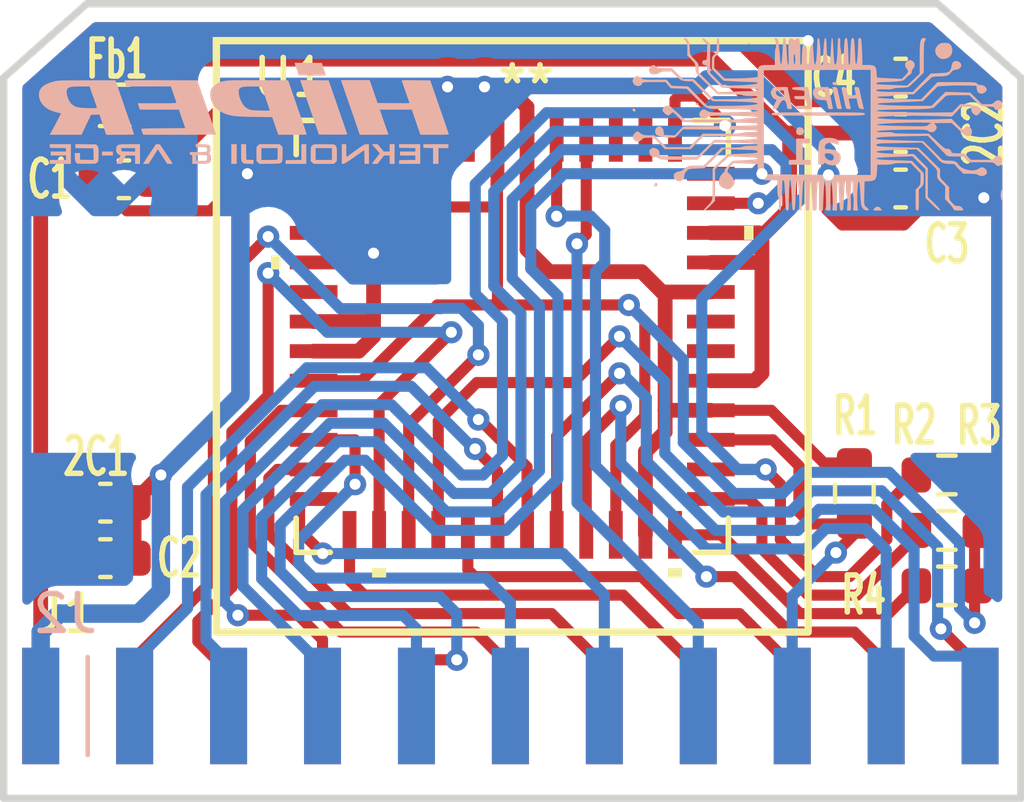
<source format=kicad_pcb>
(kicad_pcb (version 20240108) (generator "pcbnew") (generator_version "8.0")
  (layers (0 "F.Cu" signal) (31 "B.Cu" signal) (34 "B.Paste" user) (35 "F.Paste" user) (36 "B.SilkS" user "B.Silkscreen") (37 "F.SilkS" user "F.Silkscreen") (38 "B.Mask" user) (39 "F.Mask" user) (44 "Edge.Cuts" user))
  (net 0 "")
  (net 1 "GND")
  (net 2 "+3.3V")
  (net 3 "Net-(U1-VAAPIX)")
  (net 4 "DCMI_RST")
  (net 5 "DCMI_D2")
  (net 6 "I2C1_SDA")
  (net 7 "DCMI_PWDN")
  (net 8 "DCMI_LEDOUT")
  (net 9 "DCMI_VSYNC")
  (net 10 "DCMI_CLK")
  (net 11 "DCMI_D4")
  (net 12 "I2C1_SCL")
  (net 13 "DCMI_PCLK")
  (net 14 "DCMI_D5")
  (net 15 "DCMI_D1")
  (net 16 "DCMI_D0")
  (net 17 "DCMI_STLNOUT")
  (net 18 "DCMI_D7")
  (net 19 "DCMI_D6")
  (net 20 "DCMI_D3")
  (net 21 "DCMI_STFROUT")
  (net 22 "DCMI_EXPOSURE")
  (net 23 "DCMI_HSYNC")
  (net 24 "Net-(U1-S_CTRL_ADR1)")
  (net 25 "Net-(U1-S_CTRL_ADR0)")
  (net 38 "Earth_Clean")
  (footprint "Capacitor_SMD:C_0603_1608Metric" (layer "F.Cu") (at 22 34)
    (property "Reference" "C2" (at 2 0 0) (layer "F.SilkS") (effects (font (size 1 0.6))))
    (property "Value" "100nF" (hide yes))
    (pad "1" smd roundrect (at -0.775 0) (size 0.9 0.95) (layers "F.Cu" "F.Paste" "F.Mask") (net 2 "+3.3V"))
    (pad "2" smd roundrect (at 0.775 0) (size 0.9 0.95) (layers "F.Cu" "F.Paste" "F.Mask") (net 1 "GND"))
  )
  (footprint "Capacitor_SMD:C_0603_1608Metric" (layer "F.Cu") (at 22 32.5)
    (property "Reference" "2C1" (at -0.25 -1.25 180) (layer "F.SilkS") (effects (font (size 1 0.6))))
    (property "Value" "22uF" (hide yes))
    (pad "1" smd roundrect (at -0.775 0) (size 0.9 0.95) (layers "F.Cu" "F.Paste" "F.Mask") (net 2 "+3.3V"))
    (pad "2" smd roundrect (at 0.775 0) (size 0.9 0.95) (layers "F.Cu" "F.Paste" "F.Mask") (net 1 "GND"))
  )
  (footprint "Connector_PinHeader_2.54mm:PinHeader_1x11_P2.54mm_Vertical" (layer "F.Cu") (at 20.25 38 90)
    (property "Reference" "J1" (at 2.5 0.7 180) (layer "F.SilkS"))
    (property "Value" "Conn_01x11" (hide yes))
    (pad "1" connect rect (at 0 0 90) (size 3.15 1) (layers "F.Cu" "F.Mask") (net 2 "+3.3V"))
    (pad "2" connect rect (at 0 2.54 90) (size 3.15 1) (layers "F.Cu" "F.Mask") (net 9 "DCMI_VSYNC"))
    (pad "3" connect rect (at 0 5.08 90) (size 3.15 1) (layers "F.Cu" "F.Mask") (net 23 "DCMI_HSYNC"))
    (pad "4" connect rect (at 0 7.62 90) (size 3.15 1) (layers "F.Cu" "F.Mask") (net 4 "DCMI_RST"))
    (pad "5" connect rect (at 0 10.16 90) (size 3.15 1) (layers "F.Cu" "F.Mask") (net 15 "DCMI_D1"))
    (pad "6" connect rect (at 0 12.7 90) (size 3.15 1) (layers "F.Cu" "F.Mask") (net 20 "DCMI_D3"))
    (pad "7" connect rect (at 0 15.24 90) (size 3.15 1) (layers "F.Cu" "F.Mask") (net 14 "DCMI_D5"))
    (pad "8" connect rect (at 0 17.78 90) (size 3.15 1) (layers "F.Cu" "F.Mask") (net 18 "DCMI_D7"))
    (pad "9" connect rect (at 0 20.32 90) (size 3.15 1) (layers "F.Cu" "F.Mask") (net 22 "DCMI_EXPOSURE"))
    (pad "10" connect rect (at 0 22.86 90) (size 3.15 1) (layers "F.Cu" "F.Mask") (net 10 "DCMI_CLK"))
    (pad "11" connect rect (at 0 25.4 90) (size 3.15 1) (layers "F.Cu" "F.Mask") (net 17 "DCMI_STLNOUT"))
  )
  (footprint "Resistor_SMD:R_0603_1608Metric" (layer "F.Cu") (at 42.25 32.25 90)
    (property "Reference" "R1" (at 2.095754 0.023405 180) (layer "F.SilkS") (effects (font (size 1 0.6))))
    (property "Value" "10K" (hide yes))
    (pad "1" smd roundrect (at -0.825 0 90) (size 0.8 0.95) (layers "F.Cu" "F.Paste" "F.Mask") (net 7 "DCMI_PWDN"))
    (pad "2" smd roundrect (at 0.825 0 90) (size 0.8 0.95) (layers "F.Cu" "F.Paste" "F.Mask") (net 1 "GND"))
  )
  (footprint "Resistor_SMD:R_0603_1608Metric" (layer "F.Cu") (at 44.75 34.75)
    (property "Reference" "R4" (at -2.248899 0.25 0) (layer "F.SilkS") (effects (font (size 1 0.6))))
    (property "Value" "10K" (hide yes))
    (pad "1" smd roundrect (at -0.825 0) (size 0.8 0.95) (layers "F.Cu" "F.Paste" "F.Mask") (net 25 "Net-(U1-S_CTRL_ADR0)"))
    (pad "2" smd roundrect (at 0.825 0) (size 0.8 0.95) (layers "F.Cu" "F.Paste" "F.Mask") (net 2 "+3.3V"))
  )
  (footprint "MountingHole:MountingHole_2.1mm" (layer "F.Cu") (at 23 28)
    (property "Reference" "H1" (hide yes))
    (property "Value" "MountingHole_2.1mm" (hide yes))
    (pad "" np_thru_hole circle (at 0 0) (size 2.1 2.1) (drill 2.1) (layers "F&B.Cu" "*.Mask"))
  )
  (footprint "Capacitor_SMD:C_0603_1608Metric" (layer "F.Cu") (at 43.5 24)
    (property "Reference" "C3" (at 1.25 1.5 0) (layer "F.SilkS") (effects (font (size 1 0.6))))
    (property "Value" "100nF" (hide yes))
    (pad "1" smd roundrect (at -0.775 0) (size 0.9 0.95) (layers "F.Cu" "F.Paste" "F.Mask") (net 3 "Net-(U1-VAAPIX)"))
    (pad "2" smd roundrect (at 0.775 0) (size 0.9 0.95) (layers "F.Cu" "F.Paste" "F.Mask") (net 1 "GND"))
  )
  (footprint "Resistor_SMD:R_0603_1608Metric" (layer "F.Cu") (at 44.75 33.25)
    (property "Reference" "R3" (at 0.874783 -2.83059 0) (layer "F.SilkS") (effects (font (size 1 0.6))))
    (property "Value" "10K" (hide yes))
    (pad "1" smd roundrect (at -0.825 0) (size 0.8 0.95) (layers "F.Cu" "F.Paste" "F.Mask") (net 24 "Net-(U1-S_CTRL_ADR1)"))
    (pad "2" smd roundrect (at 0.825 0) (size 0.8 0.95) (layers "F.Cu" "F.Paste" "F.Mask") (net 2 "+3.3V"))
  )
  (footprint "MT9V034:CLCC48_11p43x11p43_848AN_OSI" (layer "F.Cu") (at 33 28)
    (property "Reference" "U1" (at -6 -7 0) (layer "F.SilkS"))
    (property "Value" "MT9V034C12STM-DR" (hide yes))
    (fp_text user "*" (at 0.75 -6.8024 0) (layer "F.SilkS"))
    (fp_text user "*" (at 0 -6.8024 0) (layer "F.SilkS"))
    (pad "1" smd rect (at -0.399999 -4.9887) (size 0.375 2.052599) (layers "F.Cu" "F.Paste" "F.Mask") (net 2 "+3.3V"))
    (pad "2" smd rect (at -1.2 -5.3697) (size 0.375 1.290599) (layers "F.Cu" "F.Paste" "F.Mask"))
    (pad "3" smd rect (at -2.000001 -5.3697) (size 0.375 1.290599) (layers "F.Cu" "F.Paste" "F.Mask"))
    (pad "4" smd rect (at -2.799999 -5.3697) (size 0.375 1.290599) (layers "F.Cu" "F.Paste" "F.Mask"))
    (pad "5" smd rect (at -3.6 -5.3697) (size 0.375 1.290599) (layers "F.Cu" "F.Paste" "F.Mask"))
    (pad "6" smd rect (at -4.399999 -5.3697) (size 0.375 1.290599) (layers "F.Cu" "F.Paste" "F.Mask") (net 2 "+3.3V"))
    (pad "7" smd rect (at -5.3697 -4.399999 90) (size 0.375 1.290599) (layers "F.Cu" "F.Paste" "F.Mask") (net 1 "GND"))
    (pad "8" smd rect (at -5.3697 -3.6 90) (size 0.375 1.290599) (layers "F.Cu" "F.Paste" "F.Mask"))
    (pad "9" smd rect (at -5.3697 -2.799999 90) (size 0.375 1.290599) (layers "F.Cu" "F.Paste" "F.Mask"))
    (pad "10" smd rect (at -5.3697 -2.000001 90) (size 0.375 1.290599) (layers "F.Cu" "F.Paste" "F.Mask"))
    (pad "11" smd rect (at -5.3697 -1.2 90) (size 0.375 1.290599) (layers "F.Cu" "F.Paste" "F.Mask"))
    (pad "12" smd rect (at -5.3697 -0.399999 90) (size 0.375 1.290599) (layers "F.Cu" "F.Paste" "F.Mask") (net 1 "GND"))
    (pad "13" smd rect (at -5.3697 0.399999 90) (size 0.375 1.290599) (layers "F.Cu" "F.Paste" "F.Mask") (net 1 "GND"))
    (pad "14" smd rect (at -5.3697 1.2 90) (size 0.375 1.290599) (layers "F.Cu" "F.Paste" "F.Mask") (net 2 "+3.3V"))
    (pad "15" smd rect (at -5.3697 1.999999 90) (size 0.375 1.290599) (layers "F.Cu" "F.Paste" "F.Mask") (net 20 "DCMI_D3"))
    (pad "16" smd rect (at -5.3697 2.799999 90) (size 0.375 1.290599) (layers "F.Cu" "F.Paste" "F.Mask") (net 11 "DCMI_D4"))
    (pad "17" smd rect (at -5.3697 3.6 90) (size 0.375 1.290599) (layers "F.Cu" "F.Paste" "F.Mask") (net 14 "DCMI_D5"))
    (pad "18" smd rect (at -5.3697 4.399999 90) (size 0.375 1.290599) (layers "F.Cu" "F.Paste" "F.Mask") (net 19 "DCMI_D6"))
    (pad "19" smd rect (at -4.399999 5.3697) (size 0.375 1.290599) (layers "F.Cu" "F.Paste" "F.Mask") (net 18 "DCMI_D7"))
    (pad "20" smd rect (at -3.6 5.3697) (size 0.375 1.290599) (layers "F.Cu" "F.Paste" "F.Mask") (net 23 "DCMI_HSYNC"))
    (pad "21" smd rect (at -2.799999 5.3697) (size 0.375 1.290599) (layers "F.Cu" "F.Paste" "F.Mask") (net 9 "DCMI_VSYNC"))
    (pad "22" smd rect (at -2.000001 5.3697) (size 0.375 1.290599) (layers "F.Cu" "F.Paste" "F.Mask") (net 17 "DCMI_STLNOUT"))
    (pad "23" smd rect (at -1.2 5.3697) (size 0.375 1.290599) (layers "F.Cu" "F.Paste" "F.Mask") (net 22 "DCMI_EXPOSURE"))
    (pad "24" smd rect (at -0.399999 5.3697) (size 0.375 1.290599) (layers "F.Cu" "F.Paste" "F.Mask") (net 6 "I2C1_SDA"))
    (pad "25" smd rect (at 0.399999 5.3697) (size 0.375 1.290599) (layers "F.Cu" "F.Paste" "F.Mask") (net 12 "I2C1_SCL"))
    (pad "26" smd rect (at 1.2 5.3697) (size 0.375 1.290599) (layers "F.Cu" "F.Paste" "F.Mask") (net 21 "DCMI_STFROUT"))
    (pad "27" smd rect (at 1.999999 5.3697) (size 0.375 1.290599) (layers "F.Cu" "F.Paste" "F.Mask") (net 8 "DCMI_LEDOUT"))
    (pad "28" smd rect (at 2.799999 5.3697) (size 0.375 1.290599) (layers "F.Cu" "F.Paste" "F.Mask") (net 2 "+3.3V"))
    (pad "29" smd rect (at 3.6 5.3697) (size 0.375 1.290599) (layers "F.Cu" "F.Paste" "F.Mask") (net 1 "GND"))
    (pad "30" smd rect (at 4.399999 5.3697) (size 0.375 1.290599) (layers "F.Cu" "F.Paste" "F.Mask") (net 25 "Net-(U1-S_CTRL_ADR0)"))
    (pad "31" smd rect (at 5.3697 4.399999 90) (size 0.375 1.290599) (layers "F.Cu" "F.Paste" "F.Mask") (net 24 "Net-(U1-S_CTRL_ADR1)"))
    (pad "32" smd rect (at 5.3697 3.6 90) (size 0.375 1.290599) (layers "F.Cu" "F.Paste" "F.Mask") (net 4 "DCMI_RST"))
    (pad "33" smd rect (at 5.3697 2.799999 90) (size 0.375 1.290599) (layers "F.Cu" "F.Paste" "F.Mask") (net 7 "DCMI_PWDN"))
    (pad "34" smd rect (at 5.3697 2.000001 90) (size 0.375 1.290599) (layers "F.Cu" "F.Paste" "F.Mask") (net 1 "GND"))
    (pad "35" smd rect (at 5.3697 1.2 90) (size 0.375 1.290599) (layers "F.Cu" "F.Paste" "F.Mask") (net 3 "Net-(U1-VAAPIX)"))
    (pad "36" smd rect (at 5.3697 0.399999 90) (size 0.375 1.290599) (layers "F.Cu" "F.Paste" "F.Mask"))
    (pad "37" smd rect (at 5.3697 -0.399999 90) (size 0.375 1.290599) (layers "F.Cu" "F.Paste" "F.Mask"))
    (pad "38" smd rect (at 5.3697 -1.2 90) (size 0.375 1.290599) (layers "F.Cu" "F.Paste" "F.Mask") (net 1 "GND"))
    (pad "39" smd rect (at 5.3697 -1.999999 90) (size 0.375 1.290599) (layers "F.Cu" "F.Paste" "F.Mask") (net 3 "Net-(U1-VAAPIX)"))
    (pad "40" smd rect (at 5.3697 -2.799999 90) (size 0.375 1.290599) (layers "F.Cu" "F.Paste" "F.Mask") (net 3 "Net-(U1-VAAPIX)"))
    (pad "41" smd rect (at 5.3697 -3.6 90) (size 0.375 1.290599) (layers "F.Cu" "F.Paste" "F.Mask") (net 5 "DCMI_D2"))
    (pad "42" smd rect (at 5.3697 -4.399999 90) (size 0.375 1.290599) (layers "F.Cu" "F.Paste" "F.Mask") (net 15 "DCMI_D1"))
    (pad "43" smd rect (at 4.399999 -5.3697) (size 0.375 1.290599) (layers "F.Cu" "F.Paste" "F.Mask") (net 16 "DCMI_D0"))
    (pad "44" smd rect (at 3.6 -5.3697) (size 0.375 1.290599) (layers "F.Cu" "F.Paste" "F.Mask"))
    (pad "45" smd rect (at 2.799999 -5.3697) (size 0.375 1.290599) (layers "F.Cu" "F.Paste" "F.Mask"))
    (pad "46" smd rect (at 2.000001 -5.3697) (size 0.375 1.290599) (layers "F.Cu" "F.Paste" "F.Mask") (net 13 "DCMI_PCLK"))
    (pad "47" smd rect (at 1.2 -5.3697) (size 0.375 1.290599) (layers "F.Cu" "F.Paste" "F.Mask") (net 10 "DCMI_CLK"))
    (pad "48" smd rect (at 0.399999 -5.3697) (size 0.375 1.290599) (layers "F.Cu" "F.Paste" "F.Mask") (net 1 "GND"))
  )
  (footprint "MountingHole:MountingHole_2.1mm" (layer "F.Cu") (at 43 28)
    (property "Reference" "H2" (hide yes))
    (property "Value" "MountingHole_2.1mm" (hide yes))
    (pad "" np_thru_hole circle (at 0 0) (size 2.1 2.1) (drill 2.1) (layers "F&B.Cu" "*.Mask"))
  )
  (footprint "Capacitor_SMD:C_0603_1608Metric" (layer "F.Cu") (at 43.5 21)
    (property "Reference" "C4" (at -1.803056 0.008844 0) (layer "F.SilkS") (effects (font (size 1 0.6))))
    (property "Value" "100nF" (hide yes))
    (pad "1" smd roundrect (at -0.775 0) (size 0.9 0.95) (layers "F.Cu" "F.Paste" "F.Mask") (net 3 "Net-(U1-VAAPIX)"))
    (pad "2" smd roundrect (at 0.775 0) (size 0.9 0.95) (layers "F.Cu" "F.Paste" "F.Mask") (net 1 "GND"))
  )
  (footprint "Inductor_SMD:L_0805_2012Metric" (layer "F.Cu") (at 22.25 21.75)
    (property "Reference" "Fb1" (at 0.062701 -1.250002 0) (layer "F.SilkS") (effects (font (size 1 0.6))))
    (property "Value" "180R-100MHz-2A" (hide yes))
    (pad "1" smd roundrect (at -1.0625 0) (size 0.875 1.2) (layers "F.Cu" "F.Paste" "F.Mask") (net 2 "+3.3V"))
    (pad "2" smd roundrect (at 1.0625 0) (size 0.875 1.2) (layers "F.Cu" "F.Paste" "F.Mask") (net 3 "Net-(U1-VAAPIX)"))
  )
  (footprint "Resistor_SMD:R_0603_1608Metric" (layer "F.Cu") (at 44.75 31.75)
    (property "Reference" "R2" (at -0.885611 -1.345322 0) (layer "F.SilkS") (effects (font (size 1 0.6))))
    (property "Value" "10K" (hide yes))
    (pad "1" smd roundrect (at -0.825 0) (size 0.8 0.95) (layers "F.Cu" "F.Paste" "F.Mask") (net 4 "DCMI_RST"))
    (pad "2" smd roundrect (at 0.825 0) (size 0.8 0.95) (layers "F.Cu" "F.Paste" "F.Mask") (net 2 "+3.3V"))
  )
  (footprint "Capacitor_SMD:C_0603_1608Metric" (layer "F.Cu") (at 22.5 23.75 180)
    (property "Reference" "C1" (at 2 0 0) (layer "F.SilkS") (effects (font (size 1 0.6))))
    (property "Value" "100nF" (hide yes))
    (pad "1" smd roundrect (at -0.775 0 180) (size 0.9 0.95) (layers "F.Cu" "F.Paste" "F.Mask") (net 2 "+3.3V"))
    (pad "2" smd roundrect (at 0.775 0 180) (size 0.9 0.95) (layers "F.Cu" "F.Paste" "F.Mask") (net 1 "GND"))
  )
  (footprint "Capacitor_SMD:C_0603_1608Metric" (layer "F.Cu") (at 43.5 22.5)
    (property "Reference" "2C2" (at 2.25 0 90) (layer "F.SilkS") (effects (font (size 1 0.6))))
    (property "Value" "22uF" (hide yes))
    (pad "1" smd roundrect (at -0.775 0) (size 0.9 0.95) (layers "F.Cu" "F.Paste" "F.Mask") (net 3 "Net-(U1-VAAPIX)"))
    (pad "2" smd roundrect (at 0.775 0) (size 0.9 0.95) (layers "F.Cu" "F.Paste" "F.Mask") (net 1 "GND"))
  )
  (footprint "Connector_PinHeader_2.54mm:PinHeader_1x11_P2.54mm_Vertical" (layer "B.Cu") (at 20.25 38 -90)
    (property "Reference" "J2" (at -2.5 -0.66 0) (layer "B.SilkS") (effects (justify mirror)))
    (property "Value" "Conn_01x11" (hide yes))
    (pad "1" connect rect (at 0 0 270) (size 3.15 1) (layers "B.Cu" "B.Mask") (net 1 "GND"))
    (pad "2" connect rect (at 0 -2.54 270) (size 3.15 1) (layers "B.Cu" "B.Mask") (net 12 "I2C1_SCL"))
    (pad "3" connect rect (at 0 -5.08 270) (size 3.15 1) (layers "B.Cu" "B.Mask") (net 6 "I2C1_SDA"))
    (pad "4" connect rect (at 0 -7.62 270) (size 3.15 1) (layers "B.Cu" "B.Mask") (net 16 "DCMI_D0"))
    (pad "5" connect rect (at 0 -10.16 270) (size 3.15 1) (layers "B.Cu" "B.Mask") (net 5 "DCMI_D2"))
    (pad "6" connect rect (at 0 -12.7 270) (size 3.15 1) (layers "B.Cu" "B.Mask") (net 11 "DCMI_D4"))
    (pad "7" connect rect (at 0 -15.24 270) (size 3.15 1) (layers "B.Cu" "B.Mask") (net 19 "DCMI_D6"))
    (pad "8" connect rect (at 0 -17.78 270) (size 3.15 1) (layers "B.Cu" "B.Mask") (net 13 "DCMI_PCLK"))
    (pad "9" connect rect (at 0 -20.32 270) (size 3.15 1) (layers "B.Cu" "B.Mask") (net 7 "DCMI_PWDN"))
    (pad "10" connect rect (at 0 -22.86 270) (size 3.15 1) (layers "B.Cu" "B.Mask") (net 8 "DCMI_LEDOUT"))
    (pad "11" connect rect (at 0 -25.4 270) (size 3.15 1) (layers "B.Cu" "B.Mask") (net 21 "DCMI_STFROUT"))
  )
  (footprint "LOGO" (layer "B.Cu") (at 25.75 22 180)
    (property "Reference" "hiper" (hide yes))
    (property "Value" "LOGO" (hide yes))
  )
  (footprint "LOGO" (layer "B.Cu") (at 41.25 22.25 180)
    (property "Reference" "ai" (hide yes))
    (property "Value" "LOGO" (hide yes))
  )
  (footprint "NetTie:NetTie-2_SMD_Pad0.5mm" (layer "B.Cu") (at 22 24.25 180)
    (property "Reference" "CMN1" (hide yes))
    (property "Value" "EarthClean" (hide yes))
    (fp_poly (pts (xy -0.5 0.25) (xy 0.5 0.25) (xy 0.5 -0.25) (xy -0.5 -0.25)) (fill solid) (layer "B.Cu"))
    (pad "1" smd circle (at -0.5 0 180) (size 0.5 0.5) (layers "B.Cu") (net 38 "Earth_Clean"))
    (pad "2" smd circle (at 0.5 0 180) (size 0.5 0.5) (layers "B.Cu") (net 38 "Earth_Clean"))
  )
  (gr_rect (start 25 20) (end 41 36) (stroke (width 0.2)) (fill none) (layer "F.SilkS"))
  (gr_poly (pts (xy 19.25 21) (xy 21.5 19) (xy 44.5 19) (xy 46.75 21) (xy 46.75 40.5) (xy 19.25 40.5)) (stroke (width 0.2)) (fill none) (layer "Edge.Cuts"))
  (segment (start 36.6 31.11875) (end 36.6 33.3697) (width 0.4) (layer "F.Cu") (net 1))
  (segment (start 37.133602 26.883602) (end 37.133602 30) (width 0.4) (layer "F.Cu") (net 1))
  (segment (start 37.133603 30.000001) (end 38.3697 30.000001) (width 0.4) (layer "F.Cu") (net 1))
  (segment (start 29.25 28) (end 29.25 27.5) (width 0.4) (layer "F.Cu") (net 1))
  (segment (start 37.133602 30.585148) (end 36.6 31.11875) (width 0.4) (layer "F.Cu") (net 1))
  (segment (start 36.5 26.25) (end 37.05 26.8) (width 0.4) (layer "F.Cu") (net 1))
  (segment (start 37.05 26.8) (end 37.133602 26.883602) (width 0.4) (layer "F.Cu") (net 1))
  (segment (start 44.275 24) (end 44.275 21) (width 0.4) (layer "F.Cu") (net 1))
  (segment (start 40.000001 30.000001) (end 41.425 31.425) (width 0.3) (layer "F.Cu") (net 1))
  (segment (start 41.936856 24.936856) (end 43.575644 24.936856) (width 0.4) (layer "F.Cu") (net 1))
  (segment (start 29.25 25.75) (end 29.25 27.5) (width 0.4) (layer "F.Cu") (net 1))
  (segment (start 43.575644 24.936856) (end 44.275 24.2375) (width 0.4) (layer "F.Cu") (net 1))
  (segment (start 25.838265 23.600001) (end 24.836012 24.602254) (width 0.3) (layer "F.Cu") (net 1))
  (segment (start 33.399999 21.797502) (end 33.399999 22.6303) (width 0.4) (layer "F.Cu") (net 1))
  (segment (start 37.05 26.8) (end 38.3697 26.8) (width 0.4) (layer "F.Cu") (net 1))
  (segment (start 33.399999 22.6303) (end 33.399999 25.649999) (width 0.4) (layer "F.Cu") (net 1))
  (segment (start 44.275 24.2375) (end 44.275 24) (width 0.4) (layer "F.Cu") (net 1))
  (segment (start 38.3697 30.000001) (end 38.369699 30) (width 0.3) (layer "F.Cu") (net 1))
  (segment (start 38.3697 30.000001) (end 40.000001 30.000001) (width 0.3) (layer "F.Cu") (net 1))
  (segment (start 24.836012 24.602254) (end 22.577254 24.602254) (width 0.3) (layer "F.Cu") (net 1))
  (segment (start 31.25 21.25) (end 32.25 21.25) (width 0.4) (layer "F.Cu") (net 1))
  (segment (start 27.6303 28.399999) (end 28.850001 28.399999) (width 0.4) (layer "F.Cu") (net 1))
  (segment (start 41.55 23.631928) (end 41.55 24.55) (width 0.4) (layer "F.Cu") (net 1))
  (segment (start 22.577254 24.602254) (end 21.725 23.75) (width 0.3) (layer "F.Cu") (net 1))
  (segment (start 34 26.25) (end 36.5 26.25) (width 0.4) (layer "F.Cu") (net 1))
  (segment (start 27.6303 27.600001) (end 29.149999 27.600001) (width 0.4) (layer "F.Cu") (net 1))
  (segment (start 37.133602 30) (end 37.133602 30.585148) (width 0.4) (layer "F.Cu") (net 1))
  (segment (start 22.775 34) (end 22.775 32.5) (width 0.4) (layer "F.Cu") (net 1))
  (segment (start 41.425 31.425) (end 42.25 31.425) (width 0.3) (layer "F.Cu") (net 1))
  (segment (start 23.5 31.75) (end 22.775 32.475) (width 0.4) (layer "F.Cu") (net 1))
  (segment (start 29.149999 27.600001) (end 29.25 27.5) (width 0.4) (layer "F.Cu") (net 1))
  (segment (start 22.775 32.475) (end 22.775 32.5) (width 0.4) (layer "F.Cu") (net 1))
  (segment (start 32.852497 21.25) (end 33.399999 21.797502) (width 0.4) (layer "F.Cu") (net 1))
  (segment (start 28.850001 28.399999) (end 29.25 28) (width 0.4) (layer "F.Cu") (net 1))
  (segment (start 37.133602 30) (end 37.133603 30.000001) (width 0.4) (layer "F.Cu") (net 1))
  (segment (start 33.399999 25.649999) (end 34 26.25) (width 0.4) (layer "F.Cu") (net 1))
  (segment (start 25.838265 23.600001) (end 27.6303 23.600001) (width 0.4) (layer "F.Cu") (net 1))
  (segment (start 32.25 21.25) (end 32.852497 21.25) (width 0.4) (layer "F.Cu") (net 1))
  (segment (start 41.55 24.55) (end 41.936856 24.936856) (width 0.4) (layer "F.Cu") (net 1))
  (via (at 32.25 21.25) (size 0.6) (drill 0.3) (layers "F.Cu" "B.Cu") (net 1))
  (via (at 23.5 31.75) (size 0.6) (drill 0.3) (layers "F.Cu" "B.Cu") (net 1))
  (via (at 31.25 21.25) (size 0.6) (drill 0.3) (layers "F.Cu" "B.Cu") (net 1))
  (via (at 29.25 25.75) (size 0.6) (drill 0.3) (layers "F.Cu" "B.Cu") (net 1))
  (via (at 25.838265 23.600001) (size 0.6) (drill 0.3) (layers "F.Cu" "B.Cu") (net 1))
  (via (at 41.55 23.631928) (size 0.6) (drill 0.3) (layers "F.Cu" "B.Cu") (net 1))
  (segment (start 23.5 31.75) (end 23.5 34.901472) (width 0.5) (layer "B.Cu") (net 1))
  (segment (start 22.901472 35.5) (end 20.75 35.5) (width 0.5) (layer "B.Cu") (net 1))
  (segment (start 39.554163 21) (end 38.25 21) (width 0.4) (layer "B.Cu") (net 1))
  (segment (start 23.5 31.75) (end 25.650089 29.599911) (width 0.5) (layer "B.Cu") (net 1))
  (segment (start 38 21.25) (end 32.25 21.25) (width 0.4) (layer "B.Cu") (net 1))
  (segment (start 25.650089 29.599911) (end 25.650089 23.788177) (width 0.5) (layer "B.Cu") (net 1))
  (segment (start 41.55 22.995837) (end 39.554163 21) (width 0.4) (layer "B.Cu") (net 1))
  (segment (start 25.650089 23.788177) (end 25.838265 23.600001) (width 0.5) (layer "B.Cu") (net 1))
  (segment (start 38.25 21) (end 38 21.25) (width 0.4) (layer "B.Cu") (net 1))
  (segment (start 41.55 23.631928) (end 41.55 22.995837) (width 0.4) (layer "B.Cu") (net 1))
  (segment (start 20.25 36) (end 20.25 38) (width 0.5) (layer "B.Cu") (net 1))
  (segment (start 20.75 35.5) (end 20.25 36) (width 0.5) (layer "B.Cu") (net 1))
  (segment (start 23.5 34.901472) (end 22.901472 35.5) (width 0.5) (layer "B.Cu") (net 1))
  (segment (start 21.4375 21.5) (end 21.1875 21.75) (width 0.4) (layer "F.Cu") (net 2))
  (segment (start 32.599377 27.150623) (end 32.600001 27.149999) (width 0.3) (layer "F.Cu") (net 2))
  (segment (start 24.25 22.75) (end 25.75 21.25) (width 0.4) (layer "F.Cu") (net 2))
  (segment (start 28.25 21.25) (end 28.600001 21.600001) (width 0.4) (layer "F.Cu") (net 2))
  (segment (start 32.599377 27.150623) (end 30.974377 27.150623) (width 0.3) (layer "F.Cu") (net 2))
  (segment (start 25.75 21.25) (end 28.25 21.25) (width 0.4) (layer "F.Cu") (net 2))
  (segment (start 28.600001 23.162801) (end 29.9372 24.5) (width 0.3) (layer "F.Cu") (net 2))
  (segment (start 21.225 34) (end 20.25 34) (width 0.3) (layer "F.Cu") (net 2))
  (segment (start 20.25 38) (end 20.25 34) (width 0.4) (layer "F.Cu") (net 2))
  (segment (start 45.5 35.75) (end 45.5 31.825) (width 0.3) (layer "F.Cu") (net 2))
  (segment (start 21.25 21.8125) (end 21.25 22.75) (width 0.4) (layer "F.Cu") (net 2))
  (segment (start 23.25 23.725) (end 23.25 22.75) (width 0.4) (layer "F.Cu") (net 2))
  (segment (start 29.9372 24.5) (end 32.600001 24.5) (width 0.3) (layer "F.Cu") (net 2))
  (segment (start 36.15 27.150623) (end 36.583602 27.584225) (width 0.3) (layer "F.Cu") (net 2))
  (segment (start 21 22.75) (end 24.25 22.75) (width 0.4) (layer "F.Cu") (net 2))
  (segment (start 32.600001 27.149999) (end 32.600001 23.0113) (width 0.3) (layer "F.Cu") (net 2))
  (segment (start 20.25 34) (end 20.25 32.5) (width 0.4) (layer "F.Cu") (net 2))
  (segment (start 21.225 32.5) (end 20.25 32.5) (width 0.3) (layer "F.Cu") (net 2))
  (segment (start 36.15 27.150623) (end 32.599377 27.150623) (width 0.3) (layer "F.Cu") (net 2))
  (segment (start 28.600001 21.600001) (end 28.600001 22.6303) (width 0.4) (layer "F.Cu") (net 2))
  (segment (start 23.275 23.75) (end 23.25 23.725) (width 0.4) (layer "F.Cu") (net 2))
  (segment (start 20.25 32.5) (end 20.25 23.5) (width 0.4) (layer "F.Cu") (net 2))
  (segment (start 36.583602 30.166398) (end 35.799999 30.950001) (width 0.3) (layer "F.Cu") (net 2))
  (segment (start 36.583602 27.584225) (end 36.583602 30.166398) (width 0.3) (layer "F.Cu") (net 2))
  (segment (start 30.974377 27.150623) (end 28.925 29.2) (width 0.3) (layer "F.Cu") (net 2))
  (segment (start 28.600001 22.6303) (end 28.600001 23.162801) (width 0.3) (layer "F.Cu") (net 2))
  (segment (start 28.925 29.2) (end 27.6303 29.2) (width 0.3) (layer "F.Cu") (net 2))
  (segment (start 35.799999 30.950001) (end 35.799999 33.3697) (width 0.3) (layer "F.Cu") (net 2))
  (segment (start 45.5 31.825) (end 45.575 31.75) (width 0.3) (layer "F.Cu") (net 2))
  (segment (start 20.25 23.5) (end 21 22.75) (width 0.4) (layer "F.Cu") (net 2))
  (via (at 36.15 27.150623) (size 0.6) (drill 0.3) (layers "F.Cu" "B.Cu") (net 2))
  (via (at 45.5 35.75) (size 0.6) (drill 0.3) (layers "F.Cu" "B.Cu") (net 2))
  (segment (start 43.192226 31.678657) (end 40.880785 31.678657) (width 0.3) (layer "B.Cu") (net 2))
  (segment (start 40.880785 31.678657) (end 40.309442 32.25) (width 0.3) (layer "B.Cu") (net 2))
  (segment (start 37.624273 28.624896) (end 36.15 27.150623) (width 0.3) (layer "B.Cu") (net 2))
  (segment (start 45.5 35.75) (end 45.091304 35.341304) (width 0.3) (layer "B.Cu") (net 2))
  (segment (start 40.309442 32.25) (end 39 32.25) (width 0.3) (layer "B.Cu") (net 2))
  (segment (start 37.624273 30.874273) (end 37.624273 28.624896) (width 0.3) (layer "B.Cu") (net 2))
  (segment (start 39 32.25) (end 37.624273 30.874273) (width 0.3) (layer "B.Cu") (net 2))
  (segment (start 45.091304 33.577735) (end 43.192226 31.678657) (width 0.3) (layer "B.Cu") (net 2))
  (segment (start 45.091304 35.341304) (end 45.091304 33.577735) (width 0.3) (layer "B.Cu") (net 2))
  (segment (start 38.369701 26) (end 39.75 26) (width 0.4) (layer "F.Cu") (net 3))
  (segment (start 40.375 22.5) (end 42.725 22.5) (width 0.4) (layer "F.Cu") (net 3))
  (segment (start 39.75 29) (end 39.55 29.2) (width 0.4) (layer "F.Cu") (net 3))
  (segment (start 39.658404 25.200001) (end 38.3697 25.200001) (width 0.4) (layer "F.Cu") (net 3))
  (segment (start 38.375 20.5) (end 40.375 22.5) (width 0.4) (layer "F.Cu") (net 3))
  (segment (start 39.75 25.291597) (end 39.658404 25.200001) (width 0.4) (layer "F.Cu") (net 3))
  (segment (start 42.725 21) (end 42.725 24) (width 0.4) (layer "F.Cu") (net 3))
  (segment (start 39.55 29.2) (end 38.3697 29.2) (width 0.4) (layer "F.Cu") (net 3))
  (segment (start 38.3697 26.000001) (end 38.369701 26) (width 0.3) (layer "F.Cu") (net 3))
  (segment (start 40.5 22.5) (end 40.5 24.541597) (width 0.4) (layer "F.Cu") (net 3))
  (segment (start 23.3125 21.75) (end 24.5625 20.5) (width 0.4) (layer "F.Cu") (net 3))
  (segment (start 39.75 26) (end 39.75 25.291597) (width 0.4) (layer "F.Cu") (net 3))
  (segment (start 24.5625 20.5) (end 38.375 20.5) (width 0.4) (layer "F.Cu") (net 3))
  (segment (start 40.5 24.541597) (end 39.75 25.291597) (width 0.4) (layer "F.Cu") (net 3))
  (segment (start 39.75 26) (end 39.75 29) (width 0.4) (layer "F.Cu") (net 3))
  (segment (start 43.127402 32.547598) (end 43.925 31.75) (width 0.3) (layer "F.Cu") (net 4))
  (segment (start 40.25 33.5) (end 41.249999 34.499999) (width 0.3) (layer "F.Cu") (net 4))
  (segment (start 43.127402 33.493161) (end 43.127402 32.547598) (width 0.3) (layer "F.Cu") (net 4))
  (segment (start 39.85 31.6) (end 40.25 32) (width 0.3) (layer "F.Cu") (net 4))
  (segment (start 39.85 31.6) (end 38.3697 31.6) (width 0.3) (layer "F.Cu") (net 4))
  (segment (start 41.249999 34.499999) (end 42.120564 34.499999) (width 0.3) (layer "F.Cu") (net 4))
  (segment (start 27.87 36.203453) (end 27.87 38) (width 0.3) (layer "F.Cu") (net 4))
  (segment (start 42.120564 34.499999) (end 43.127402 33.493161) (width 0.3) (layer "F.Cu") (net 4))
  (segment (start 25.581761 35.544586) (end 27.211133 35.544586) (width 0.3) (layer "F.Cu") (net 4))
  (segment (start 40.25 32) (end 40.25 33.5) (width 0.3) (layer "F.Cu") (net 4))
  (segment (start 27.211133 35.544586) (end 27.87 36.203453) (width 0.3) (layer "F.Cu") (net 4))
  (via (at 25.581761 35.544586) (size 0.6) (drill 0.3) (layers "F.Cu" "B.Cu") (net 4))
  (via (at 39.85 31.6) (size 0.6) (drill 0.3) (layers "F.Cu" "B.Cu") (net 4))
  (segment (start 27.859441 29.85) (end 29.733299 29.85) (width 0.3) (layer "B.Cu") (net 4))
  (segment (start 39.426346 21.650001) (end 40.9 23.123655) (width 0.3) (layer "B.Cu") (net 4))
  (segment (start 40.9 24.203553) (end 38.124273 26.97928) (width 0.3) (layer "B.Cu") (net 4))
  (segment (start 39.1 31.6) (end 39.85 31.6) (width 0.3) (layer "B.Cu") (net 4))
  (segment (start 32.734618 31.224508) (end 32.734618 27.582105) (width 0.3) (layer "B.Cu") (net 4))
  (segment (start 25.219672 35.182497) (end 25.219672 32.489769) (width 0.3) (layer "B.Cu") (net 4))
  (segment (start 32 23.878681) (end 33.92868 21.950001) (width 0.3) (layer "B.Cu") (net 4))
  (segment (start 40.9 23.123655) (end 40.9 24.203553) (width 0.3) (layer "B.Cu") (net 4))
  (segment (start 32 26.847487) (end 32 23.878681) (width 0.3) (layer "B.Cu") (net 4))
  (segment (start 38.480761 21.650001) (end 39.426346 21.650001) (width 0.3) (layer "B.Cu") (net 4))
  (segment (start 25.219672 32.489769) (end 27.859441 29.85) (width 0.3) (layer "B.Cu") (net 4))
  (segment (start 29.733299 29.85) (end 31.633299 31.75) (width 0.3) (layer "B.Cu") (net 4))
  (segment (start 32.209126 31.75) (end 32.734618 31.224508) (width 0.3) (layer "B.Cu") (net 4))
  (segment (start 33.92868 21.950001) (end 38.180761 21.950001) (width 0.3) (layer "B.Cu") (net 4))
  (segment (start 38.124273 30.624273) (end 39.1 31.6) (width 0.3) (layer "B.Cu") (net 4))
  (segment (start 31.633299 31.75) (end 32.209126 31.75) (width 0.3) (layer "B.Cu") (net 4))
  (segment (start 25.581761 35.544586) (end 25.219672 35.182497) (width 0.3) (layer "B.Cu") (net 4))
  (segment (start 38.180761 21.950001) (end 38.480761 21.650001) (width 0.3) (layer "B.Cu") (net 4))
  (segment (start 38.124273 26.97928) (end 38.124273 30.624273) (width 0.3) (layer "B.Cu") (net 4))
  (segment (start 32.734618 27.582105) (end 32 26.847487) (width 0.3) (layer "B.Cu") (net 4))
  (segment (start 38.3697 24.4) (end 39.65 24.4) (width 0.3) (layer "F.Cu") (net 5))
  (via (at 39.65 24.4) (size 0.6) (drill 0.3) (layers "F.Cu" "B.Cu") (net 5))
  (segment (start 28.273654 30.85) (end 26.225001 32.898653) (width 0.3) (layer "B.Cu") (net 5))
  (segment (start 30.051046 35.551046) (end 30.41 35.91) (width 0.3) (layer "B.Cu") (net 5))
  (segment (start 39.86924 24.4) (end 40.4 23.86924) (width 0.3) (layer "B.Cu") (net 5))
  (segment (start 33.734618 27.167891) (end 33.734618 31.638722) (width 0.3) (layer "B.Cu") (net 5))
  (segment (start 26.225001 34.558452) (end 27.217595 35.551046) (width 0.3) (layer "B.Cu") (net 5))
  (segment (start 33 24.292894) (end 33 26.433273) (width 0.3) (layer "B.Cu") (net 5))
  (segment (start 26.225001 32.898653) (end 26.225001 34.558452) (width 0.3) (layer "B.Cu") (net 5))
  (segment (start 34.342893 22.950001) (end 33 24.292894) (width 0.3) (layer "B.Cu") (net 5))
  (segment (start 29.319086 30.85) (end 28.273654 30.85) (width 0.3) (layer "B.Cu") (net 5))
  (segment (start 27.217595 35.551046) (end 30.051046 35.551046) (width 0.3) (layer "B.Cu") (net 5))
  (segment (start 39.65 24.4) (end 39.86924 24.4) (width 0.3) (layer "B.Cu") (net 5))
  (segment (start 40.4 23.330762) (end 40.019239 22.950001) (width 0.3) (layer "B.Cu") (net 5))
  (segment (start 40.019239 22.950001) (end 34.342893 22.950001) (width 0.3) (layer "B.Cu") (net 5))
  (segment (start 40.4 23.86924) (end 40.4 23.330762) (width 0.3) (layer "B.Cu") (net 5))
  (segment (start 31.219086 32.75) (end 29.319086 30.85) (width 0.3) (layer "B.Cu") (net 5))
  (segment (start 33.734618 31.638722) (end 32.62334 32.75) (width 0.3) (layer "B.Cu") (net 5))
  (segment (start 32.62334 32.75) (end 31.219086 32.75) (width 0.3) (layer "B.Cu") (net 5))
  (segment (start 30.41 35.91) (end 30.41 38) (width 0.3) (layer "B.Cu") (net 5))
  (segment (start 33 26.433273) (end 33.734618 27.167891) (width 0.3) (layer "B.Cu") (net 5))
  (segment (start 31.994928 31.044959) (end 32.600001 31.650032) (width 0.3) (layer "F.Cu") (net 6))
  (segment (start 32.600001 31.650032) (end 32.600001 33.3697) (width 0.3) (layer "F.Cu") (net 6))
  (via (at 31.994928 31.044959) (size 0.6) (drill 0.3) (layers "F.Cu" "B.Cu") (net 6))
  (segment (start 30.265379 29.35) (end 27.652334 29.35) (width 0.3) (layer "B.Cu") (net 6))
  (segment (start 25.33 36.83) (end 25.33 38) (width 0.3) (layer "B.Cu") (net 6))
  (segment (start 24.719672 36.219672) (end 25.33 36.83) (width 0.3) (layer "B.Cu") (net 6))
  (segment (start 27.652334 29.35) (end 24.719672 32.282662) (width 0.3) (layer "B.Cu") (net 6))
  (segment (start 24.719672 32.282662) (end 24.719672 36.219672) (width 0.3) (layer "B.Cu") (net 6))
  (segment (start 31.960338 31.044959) (end 30.265379 29.35) (width 0.3) (layer "B.Cu") (net 6))
  (segment (start 31.994928 31.044959) (end 31.960338 31.044959) (width 0.3) (layer "B.Cu") (net 6))
  (segment (start 42.25 33.075) (end 41.075 33.075) (width 0.3) (layer "F.Cu") (net 7))
  (segment (start 41.075 33.075) (end 40.75 32.75) (width 0.3) (layer "F.Cu") (net 7))
  (segment (start 40.049999 30.799999) (end 38.3697 30.799999) (width 0.3) (layer "F.Cu") (net 7))
  (segment (start 40.75 31.5) (end 40.049999 30.799999) (width 0.3) (layer "F.Cu") (net 7))
  (segment (start 41.749999 33.849999) (end 42.25 33.349998) (width 0.3) (layer "F.Cu") (net 7))
  (segment (start 42.25 33.349998) (end 42.25 33.075) (width 0.3) (layer "F.Cu") (net 7))
  (segment (start 40.75 32.75) (end 40.75 31.5) (width 0.3) (layer "F.Cu") (net 7))
  (via (at 41.749999 33.849999) (size 0.6) (drill 0.3) (layers "F.Cu" "B.Cu") (net 7))
  (segment (start 41.749999 33.849999) (end 40.57 35.029998) (width 0.3) (layer "B.Cu") (net 7))
  (segment (start 40.57 35.029998) (end 40.57 38) (width 0.3) (layer "B.Cu") (net 7))
  (segment (start 34.999999 30.817843) (end 34.999999 33.3697) (width 0.3) (layer "F.Cu") (net 8))
  (segment (start 35.933602 29.88424) (end 34.999999 30.817843) (width 0.3) (layer "F.Cu") (net 8))
  (via (at 35.933602 29.88424) (size 0.6) (drill 0.3) (layers "F.Cu" "B.Cu") (net 8))
  (segment (start 35.933602 31.433602) (end 38.25 33.75) (width 0.3) (layer "B.Cu") (net 8))
  (segment (start 38.25 33.75) (end 40.93076 33.75) (width 0.3) (layer "B.Cu") (net 8))
  (segment (start 41.48076 33.2) (end 42.538479 33.2) (width 0.3) (layer "B.Cu") (net 8))
  (segment (start 35.933602 29.88424) (end 35.933602 31.433602) (width 0.3) (layer "B.Cu") (net 8))
  (segment (start 43.11 33.771521) (end 43.11 38) (width 0.3) (layer "B.Cu") (net 8))
  (segment (start 40.93076 33.75) (end 41.48076 33.2) (width 0.3) (layer "B.Cu") (net 8))
  (segment (start 42.538479 33.2) (end 43.11 33.771521) (width 0.3) (layer "B.Cu") (net 8))
  (segment (start 25.75 25.950453) (end 25.75 29.521447) (width 0.3) (layer "F.Cu") (net 9))
  (segment (start 24.919239 34.580761) (end 22.79 36.71) (width 0.3) (layer "F.Cu") (net 9))
  (segment (start 30.200001 30.384617) (end 30.200001 33.3697) (width 0.3) (layer "F.Cu") (net 9))
  (segment (start 32.084618 28.5) (end 30.200001 30.384617) (width 0.3) (layer "F.Cu") (net 9))
  (segment (start 25.75 29.521447) (end 24.919239 30.352208) (width 0.3) (layer "F.Cu") (net 9))
  (segment (start 24.919239 30.352208) (end 24.919239 34.580761) (width 0.3) (layer "F.Cu") (net 9))
  (segment (start 26.400089 25.300364) (end 25.75 25.950453) (width 0.3) (layer "F.Cu") (net 9))
  (segment (start 22.79 36.71) (end 22.79 38) (width 0.3) (layer "F.Cu") (net 9))
  (via (at 26.400089 25.300364) (size 0.6) (drill 0.3) (layers "F.Cu" "B.Cu") (net 9))
  (via (at 32.084618 28.5) (size 0.6) (drill 0.3) (layers "F.Cu" "B.Cu") (net 9))
  (segment (start 31.072247 27.25) (end 31.082571 27.239676) (width 0.3) (layer "B.Cu") (net 9))
  (segment (start 32.084618 27.703245) (end 32.084618 28.5) (width 0.3) (layer "B.Cu") (net 9))
  (segment (start 28.349725 27.25) (end 31.072247 27.25) (width 0.3) (layer "B.Cu") (net 9))
  (segment (start 31.621049 27.239676) (end 32.084618 27.703245) (width 0.3) (layer "B.Cu") (net 9))
  (segment (start 31.082571 27.239676) (end 31.621049 27.239676) (width 0.3) (layer "B.Cu") (net 9))
  (segment (start 26.400089 25.300364) (end 28.349725 27.25) (width 0.3) (layer "B.Cu") (net 9))
  (segment (start 43.11 36.86) (end 43.11 38) (width 0.3) (layer "F.Cu") (net 10))
  (segment (start 39 34.5) (end 40.5 36) (width 0.3) (layer "F.Cu") (net 10))
  (segment (start 38.25 34.5) (end 39 34.5) (width 0.3) (layer "F.Cu") (net 10))
  (segment (start 40.5 36) (end 42.25 36) (width 0.3) (layer "F.Cu") (net 10))
  (segment (start 42.25 36) (end 43.11 36.86) (width 0.3) (layer "F.Cu") (net 10))
  (segment (start 34.2 24.75) (end 34.2 22.6303) (width 0.3) (layer "F.Cu") (net 10))
  (via (at 38.25 34.5) (size 0.6) (drill 0.3) (layers "F.Cu" "B.Cu") (net 10))
  (via (at 34.2 24.75) (size 0.6) (drill 0.3) (layers "F.Cu" "B.Cu") (net 10))
  (segment (start 35.5 26) (end 35.25 26.25) (width 0.3) (layer "B.Cu") (net 10))
  (segment (start 34.2 24.75) (end 34.204965 24.745035) (width 0.3) (layer "B.Cu") (net 10))
  (segment (start 35.5 25.125796) (end 35.5 26) (width 0.3) (layer "B.Cu") (net 10))
  (segment (start 35.119239 24.745035) (end 35.5 25.125796) (width 0.3) (layer "B.Cu") (net 10))
  (segment (start 35.25 31.5) (end 38.25 34.5) (width 0.3) (layer "B.Cu") (net 10))
  (segment (start 34.204965 24.745035) (end 35.119239 24.745035) (width 0.3) (layer "B.Cu") (net 10))
  (segment (start 35.25 26.25) (end 35.25 31.5) (width 0.3) (layer "B.Cu") (net 10))
  (segment (start 28.75 32) (end 28.75 30.799999) (width 0.3) (layer "F.Cu") (net 11))
  (segment (start 28.75 30.799999) (end 27.6303 30.799999) (width 0.3) (layer "F.Cu") (net 11))
  (via (at 28.75 32) (size 0.6) (drill 0.3) (layers "F.Cu" "B.Cu") (net 11))
  (segment (start 27.620153 34.53939) (end 32.28939 34.53939) (width 0.3) (layer "B.Cu") (net 11))
  (segment (start 27.225001 34.144238) (end 27.620153 34.53939) (width 0.3) (layer "B.Cu") (net 11))
  (segment (start 27.225001 33.524999) (end 27.225001 34.144238) (width 0.3) (layer "B.Cu") (net 11))
  (segment (start 32.95 35.2) (end 32.95 38) (width 0.3) (layer "B.Cu") (net 11))
  (segment (start 32.28939 34.53939) (end 32.95 35.2) (width 0.3) (layer "B.Cu") (net 11))
  (segment (start 28.75 32) (end 27.225001 33.524999) (width 0.3) (layer "B.Cu") (net 11))
  (segment (start 32.119208 30.25) (end 33.399999 31.530791) (width 0.3) (layer "F.Cu") (net 12))
  (segment (start 32.084618 30.25) (end 32.119208 30.25) (width 0.3) (layer "F.Cu") (net 12))
  (segment (start 33.399999 31.530791) (end 33.399999 33.3697) (width 0.3) (layer "F.Cu") (net 12))
  (via (at 32.084618 30.25) (size 0.6) (drill 0.3) (layers "F.Cu" "B.Cu") (net 12))
  (segment (start 32.084618 30.25) (end 30.684618 28.85) (width 0.3) (layer "B.Cu") (net 12))
  (segment (start 24.219672 32.075555) (end 24.219672 35.353054) (width 0.3) (layer "B.Cu") (net 12))
  (segment (start 30.684618 28.85) (end 27.445227 28.85) (width 0.3) (layer "B.Cu") (net 12))
  (segment (start 22.79 36.782726) (end 22.79 38) (width 0.3) (layer "B.Cu") (net 12))
  (segment (start 27.445227 28.85) (end 24.219672 32.075555) (width 0.3) (layer "B.Cu") (net 12))
  (segment (start 24.219672 35.353054) (end 22.79 36.782726) (width 0.3) (layer "B.Cu") (net 12))
  (segment (start 34.75 25.495035) (end 35.000001 25.245034) (width 0.3) (layer "F.Cu") (net 13))
  (segment (start 35.000001 25.245034) (end 35.000001 22.6303) (width 0.3) (layer "F.Cu") (net 13))
  (via (at 34.75 25.495035) (size 0.6) (drill 0.3) (layers "F.Cu" "B.Cu") (net 13))
  (segment (start 38.03 35.78) (end 38.03 38) (width 0.3) (layer "B.Cu") (net 13))
  (segment (start 34.75 25.495035) (end 34.75 32.5) (width 0.3) (layer "B.Cu") (net 13))
  (segment (start 34.75 32.5) (end 38.03 35.78) (width 0.3) (layer "B.Cu") (net 13))
  (segment (start 35.49 36.925) (end 34.065 35.5) (width 0.3) (layer "F.Cu") (net 14))
  (segment (start 26.419239 31.830761) (end 26.65 31.6) (width 0.3) (layer "F.Cu") (net 14))
  (segment (start 35.49 38) (end 35.49 36.925) (width 0.3) (layer "F.Cu") (net 14))
  (segment (start 28.580761 35.5) (end 26.419239 33.338478) (width 0.3) (layer "F.Cu") (net 14))
  (segment (start 34.065 35.5) (end 28.580761 35.5) (width 0.3) (layer "F.Cu") (net 14))
  (segment (start 26.419239 33.338478) (end 26.419239 31.830761) (width 0.3) (layer "F.Cu") (net 14))
  (segment (start 26.65 31.6) (end 27.6303 31.6) (width 0.3) (layer "F.Cu") (net 14))
  (segment (start 39.75 23.600001) (end 38.3697 23.600001) (width 0.3) (layer "F.Cu") (net 15))
  (segment (start 30.41 36.75) (end 30.41 38) (width 0.3) (layer "F.Cu") (net 15))
  (segment (start 31.5 36.75) (end 30.41 36.75) (width 0.3) (layer "F.Cu") (net 15))
  (via (at 31.5 36.75) (size 0.6) (drill 0.3) (layers "F.Cu" "B.Cu") (net 15))
  (via (at 39.75 23.600001) (size 0.6) (drill 0.3) (layers "F.Cu" "B.Cu") (net 15))
  (segment (start 31.5 35.5) (end 31.5 36.75) (width 0.3) (layer "B.Cu") (net 15))
  (segment (start 29.019239 31.35) (end 28.480761 31.35) (width 0.3) (layer "B.Cu") (net 15))
  (segment (start 32.830447 33.25) (end 30.919239 33.25) (width 0.3) (layer "B.Cu") (net 15))
  (segment (start 26.725001 33.10576) (end 26.725001 34.351345) (width 0.3) (layer "B.Cu") (net 15))
  (segment (start 26.725001 34.351345) (end 27.413046 35.03939) (width 0.3) (layer "B.Cu") (net 15))
  (segment (start 28.480761 31.35) (end 26.725001 33.10576) (width 0.3) (layer "B.Cu") (net 15))
  (segment (start 34.399999 23.600001) (end 33.5 24.5) (width 0.3) (layer "B.Cu") (net 15))
  (segment (start 39.75 23.600001) (end 34.399999 23.600001) (width 0.3) (layer "B.Cu") (net 15))
  (segment (start 33.5 26.16924) (end 34.234618 26.903858) (width 0.3) (layer "B.Cu") (net 15))
  (segment (start 33.5 24.5) (end 33.5 26.16924) (width 0.3) (layer "B.Cu") (net 15))
  (segment (start 34.234618 31.845829) (end 32.830447 33.25) (width 0.3) (layer "B.Cu") (net 15))
  (segment (start 30.919239 33.25) (end 29.019239 31.35) (width 0.3) (layer "B.Cu") (net 15))
  (segment (start 31.03939 35.03939) (end 31.5 35.5) (width 0.3) (layer "B.Cu") (net 15))
  (segment (start 27.413046 35.03939) (end 31.03939 35.03939) (width 0.3) (layer "B.Cu") (net 15))
  (segment (start 34.234618 26.903858) (end 34.234618 31.845829) (width 0.3) (layer "B.Cu") (net 15))
  (segment (start 37.5 21.5) (end 37.399999 21.600001) (width 0.3) (layer "F.Cu") (net 16))
  (segment (start 38.75 22.300001) (end 38.75 22.25) (width 0.3) (layer "F.Cu") (net 16))
  (segment (start 38 21.5) (end 37.5 21.5) (width 0.3) (layer "F.Cu") (net 16))
  (segment (start 38.75 22.25) (end 38 21.5) (width 0.3) (layer "F.Cu") (net 16))
  (segment (start 37.399999 21.600001) (end 37.399999 22.6303) (width 0.3) (layer "F.Cu") (net 16))
  (via (at 38.75 22.300001) (size 0.6) (drill 0.3) (layers "F.Cu" "B.Cu") (net 16))
  (segment (start 29.526193 30.35) (end 28.066548 30.35) (width 0.3) (layer "B.Cu") (net 16))
  (segment (start 25.719672 34.763257) (end 27.87 36.913585) (width 0.3) (layer "B.Cu") (net 16))
  (segment (start 38.6 22.450001) (end 34.135787 22.450001) (width 0.3) (layer "B.Cu") (net 16))
  (segment (start 32.416233 32.25) (end 31.426192 32.25) (width 0.3) (layer "B.Cu") (net 16))
  (segment (start 33.234618 27.374998) (end 33.234618 31.431615) (width 0.3) (layer "B.Cu") (net 16))
  (segment (start 25.719672 32.696876) (end 25.719672 34.763257) (width 0.3) (layer "B.Cu") (net 16))
  (segment (start 32.5 24.085788) (end 32.5 26.64038) (width 0.3) (layer "B.Cu") (net 16))
  (segment (start 29.819086 30.642893) (end 29.526193 30.35) (width 0.3) (layer "B.Cu") (net 16))
  (segment (start 31.426192 32.25) (end 29.819086 30.642893) (width 0.3) (layer "B.Cu") (net 16))
  (segment (start 28.066548 30.35) (end 25.719672 32.696876) (width 0.3) (layer "B.Cu") (net 16))
  (segment (start 32.5 26.64038) (end 33.234618 27.374998) (width 0.3) (layer "B.Cu") (net 16))
  (segment (start 38.75 22.300001) (end 38.6 22.450001) (width 0.3) (layer "B.Cu") (net 16))
  (segment (start 34.135787 22.450001) (end 32.5 24.085788) (width 0.3) (layer "B.Cu") (net 16))
  (segment (start 27.87 36.913585) (end 27.87 38) (width 0.3) (layer "B.Cu") (net 16))
  (segment (start 33.234618 31.431615) (end 32.416233 32.25) (width 0.3) (layer "B.Cu") (net 16))
  (segment (start 35.9 28) (end 34.65 29.25) (width 0.3) (layer "F.Cu") (net 17))
  (segment (start 45.65 36.972955) (end 45.65 38) (width 0.3) (layer "F.Cu") (net 17))
  (segment (start 32.041724 29.25) (end 30.999999 30.291725) (width 0.3) (layer "F.Cu") (net 17))
  (segment (start 30.999999 30.291725) (end 30.999999 33.3697) (width 0.3) (layer "F.Cu") (net 17))
  (segment (start 44.589296 35.912251) (end 45.65 36.972955) (width 0.3) (layer "F.Cu") (net 17))
  (segment (start 34.65 29.25) (end 32.041724 29.25) (width 0.3) (layer "F.Cu") (net 17))
  (via (at 44.589296 35.912251) (size 0.6) (drill 0.3) (layers "F.Cu" "B.Cu") (net 17))
  (via (at 35.9 28) (size 0.6) (drill 0.3) (layers "F.Cu" "B.Cu") (net 17))
  (segment (start 40.516548 32.75) (end 38.707106 32.75) (width 0.3) (layer "B.Cu") (net 17))
  (segment (start 44.5 35.822955) (end 44.5 33.693537) (width 0.3) (layer "B.Cu") (net 17))
  (segment (start 38.707106 32.75) (end 37.124273 31.167167) (width 0.3) (layer "B.Cu") (net 17))
  (segment (start 42.98512 32.178657) (end 41.087891 32.178657) (width 0.3) (layer "B.Cu") (net 17))
  (segment (start 37.124273 29.224273) (end 35.9 28) (width 0.3) (layer "B.Cu") (net 17))
  (segment (start 44.589296 35.912251) (end 44.5 35.822955) (width 0.3) (layer "B.Cu") (net 17))
  (segment (start 44.5 33.693537) (end 42.98512 32.178657) (width 0.3) (layer "B.Cu") (net 17))
  (segment (start 41.087891 32.178657) (end 40.516548 32.75) (width 0.3) (layer "B.Cu") (net 17))
  (segment (start 37.124273 31.167167) (end 37.124273 29.224273) (width 0.3) (layer "B.Cu") (net 17))
  (segment (start 38.03 37.03) (end 36 35) (width 0.3) (layer "F.Cu") (net 18))
  (segment (start 36 35) (end 29 35) (width 0.3) (layer "F.Cu") (net 18))
  (segment (start 28.600001 34.600001) (end 28.600001 33.3697) (width 0.3) (layer "F.Cu") (net 18))
  (segment (start 38.03 38) (end 38.03 37.03) (width 0.3) (layer "F.Cu") (net 18))
  (segment (start 29 35) (end 28.600001 34.600001) (width 0.3) (layer "F.Cu") (net 18))
  (segment (start 27.875001 33.874999) (end 27.25 33.249998) (width 0.3) (layer "F.Cu") (net 19))
  (segment (start 27.25 33.249998) (end 27.25 32.399999) (width 0.3) (layer "F.Cu") (net 19))
  (segment (start 27.25 32.399999) (end 27.6303 32.399999) (width 0.3) (layer "F.Cu") (net 19))
  (via (at 27.875001 33.874999) (size 0.6) (drill 0.3) (layers "F.Cu" "B.Cu") (net 19))
  (segment (start 27.875001 33.874999) (end 34.374999 33.874999) (width 0.3) (layer "B.Cu") (net 19))
  (segment (start 34.374999 33.874999) (end 35.49 34.99) (width 0.3) (layer "B.Cu") (net 19))
  (segment (start 35.49 34.99) (end 35.49 38) (width 0.3) (layer "B.Cu") (net 19))
  (segment (start 25.919239 30.830761) (end 26.750001 29.999999) (width 0.3) (layer "F.Cu") (net 20))
  (segment (start 32.95 38) (end 32.95 36.925) (width 0.3) (layer "F.Cu") (net 20))
  (segment (start 32.95 36.925) (end 32.025 36) (width 0.3) (layer "F.Cu") (net 20))
  (segment (start 26.750001 29.999999) (end 27.6303 29.999999) (width 0.3) (layer "F.Cu") (net 20))
  (segment (start 32.025 36) (end 28.37 36) (width 0.3) (layer "F.Cu") (net 20))
  (segment (start 25.919239 33.545585) (end 25.919239 30.830761) (width 0.3) (layer "F.Cu") (net 20))
  (segment (start 28.37 36) (end 28.37 35.996346) (width 0.3) (layer "F.Cu") (net 20))
  (segment (start 28.37 35.996346) (end 25.919239 33.545585) (width 0.3) (layer "F.Cu") (net 20))
  (segment (start 34.2 30.698603) (end 34.2 33.3697) (width 0.3) (layer "F.Cu") (net 21))
  (segment (start 35.898603 29) (end 34.2 30.698603) (width 0.3) (layer "F.Cu") (net 21))
  (segment (start 35.9 29) (end 35.898603 29) (width 0.3) (layer "F.Cu") (net 21))
  (via (at 35.9 29) (size 0.6) (drill 0.3) (layers "F.Cu" "B.Cu") (net 21))
  (segment (start 35.968601 29) (end 36.624273 29.655672) (width 0.3) (layer "B.Cu") (net 21))
  (segment (start 44.407806 36.65) (end 45.65 36.65) (width 0.3) (layer "B.Cu") (net 21))
  (segment (start 45.65 36.65) (end 45.65 38) (width 0.3) (layer "B.Cu") (net 21))
  (segment (start 42.778013 32.678657) (end 43.864215 33.764859) (width 0.3) (layer "B.Cu") (net 21))
  (segment (start 36.624273 29.655672) (end 36.624273 31.374273) (width 0.3) (layer "B.Cu") (net 21))
  (segment (start 43.864215 36.106409) (end 44.407806 36.65) (width 0.3) (layer "B.Cu") (net 21))
  (segment (start 36.624273 31.374273) (end 38.5 33.25) (width 0.3) (layer "B.Cu") (net 21))
  (segment (start 43.864215 33.764859) (end 43.864215 36.106409) (width 0.3) (layer "B.Cu") (net 21))
  (segment (start 41.294997 32.678657) (end 42.778013 32.678657) (width 0.3) (layer "B.Cu") (net 21))
  (segment (start 40.723654 33.25) (end 41.294997 32.678657) (width 0.3) (layer "B.Cu") (net 21))
  (segment (start 35.9 29) (end 35.968601 29) (width 0.3) (layer "B.Cu") (net 21))
  (segment (start 38.5 33.25) (end 40.723654 33.25) (width 0.3) (layer "B.Cu") (net 21))
  (segment (start 39.145 35.5) (end 37.5 35.5) (width 0.3) (layer "F.Cu") (net 22))
  (segment (start 37.5 35.5) (end 36.5 34.5) (width 0.3) (layer "F.Cu") (net 22))
  (segment (start 31.8 34.314999) (end 31.8 33.3697) (width 0.3) (layer "F.Cu") (net 22))
  (segment (start 40.57 38) (end 40.57 36.925) (width 0.3) (layer "F.Cu") (net 22))
  (segment (start 36.5 34.5) (end 31.985001 34.5) (width 0.3) (layer "F.Cu") (net 22))
  (segment (start 40.57 36.925) (end 39.145 35.5) (width 0.3) (layer "F.Cu") (net 22))
  (segment (start 31.985001 34.5) (end 31.8 34.314999) (width 0.3) (layer "F.Cu") (net 22))
  (segment (start 31.35181 27.889676) (end 29.4 29.841486) (width 0.3) (layer "F.Cu") (net 23))
  (segment (start 25.419239 30.580761) (end 25.419239 34.787868) (width 0.3) (layer "F.Cu") (net 23))
  (segment (start 24.5 35.707107) (end 24.5 36.253185) (width 0.3) (layer "F.Cu") (net 23))
  (segment (start 25.419239 34.787868) (end 24.5 35.707107) (width 0.3) (layer "F.Cu") (net 23))
  (segment (start 24.5 36.253185) (end 25.33 37.083185) (width 0.3) (layer "F.Cu") (net 23))
  (segment (start 29.4 29.841486) (end 29.4 33.3697) (width 0.3) (layer "F.Cu") (net 23))
  (segment (start 25.33 37.083185) (end 25.33 38) (width 0.3) (layer "F.Cu") (net 23))
  (segment (start 26.4 29.6) (end 25.419239 30.580761) (width 0.3) (layer "F.Cu") (net 23))
  (segment (start 26.4 26.29002) (end 26.4 29.6) (width 0.3) (layer "F.Cu") (net 23))
  (via (at 31.35181 27.889676) (size 0.6) (drill 0.3) (layers "F.Cu" "B.Cu") (net 23))
  (via (at 26.4 26.29002) (size 0.6) (drill 0.3) (layers "F.Cu" "B.Cu") (net 23))
  (segment (start 27.999656 27.889676) (end 31.35181 27.889676) (width 0.3) (layer "B.Cu") (net 23))
  (segment (start 26.4 26.29002) (end 27.999656 27.889676) (width 0.3) (layer "B.Cu") (net 23))
  (segment (start 43.925 33.365464) (end 43.925 33.402669) (width 0.3) (layer "F.Cu") (net 24))
  (segment (start 39.75 32.75) (end 39.399999 32.399999) (width 0.3) (layer "F.Cu") (net 24))
  (segment (start 42.32767 34.999999) (end 40.999999 34.999999) (width 0.3) (layer "F.Cu") (net 24))
  (segment (start 39.399999 32.399999) (end 38.3697 32.399999) (width 0.3) (layer "F.Cu") (net 24))
  (segment (start 43.925 33.402669) (end 42.32767 34.999999) (width 0.3) (layer "F.Cu") (net 24))
  (segment (start 39.75 33.75) (end 39.75 32.75) (width 0.3) (layer "F.Cu") (net 24))
  (segment (start 40.999999 34.999999) (end 39.75 33.75) (width 0.3) (layer "F.Cu") (net 24))
  (segment (start 43.925 34.75) (end 43.175 35.5) (width 0.3) (layer "F.Cu") (net 25))
  (segment (start 38.649306 33.3697) (end 37.399999 33.3697) (width 0.3) (layer "F.Cu") (net 25))
  (segment (start 43.175 35.5) (end 40.779606 35.5) (width 0.3) (layer "F.Cu") (net 25))
  (segment (start 40.779606 35.5) (end 38.649306 33.3697) (width 0.3) (layer "F.Cu") (net 25))
  (via (at 45.75 24.25) (size 0.6) (drill 0.3) (layers "F.Cu" "B.Cu") (net 38))
  (via (at 41 20) (size 0.6) (drill 0.3) (layers "F.Cu" "B.Cu") (net 38))
  (zone (net 0) (net_name "") (layer "F.Cu") (connect_pads (clearance 0)) (min_thickness 0.25)
    (keepout (tracks allowed) (vias allowed) (pads allowed) (copperpour not_allowed) (footprints allowed))
    (fill (thermal_gap 0.5) (thermal_bridge_width 0.5))
    (polygon (pts (xy 20.507153 20.902772) (xy 20.517211 22.75) (xy 24 22.75) (xy 24.000669 20.896066)))
  )
  (zone (net 0) (net_name "") (layer "F.Cu") (connect_pads (clearance 0)) (min_thickness 0.25)
    (keepout (tracks allowed) (vias allowed) (pads allowed) (copperpour not_allowed) (footprints allowed))
    (fill (thermal_gap 0.5) (thermal_bridge_width 0.5) (island_removal_mode 1) (island_area_min 1))
    (polygon (pts (xy 27 22) (xy 39 22) (xy 39 34) (xy 27 34)))
  )
  (zone (net 38) (net_name "Earth_Clean") (layers "F&B.Cu") (priority 1) (connect_pads (clearance 0.5)) (min_thickness 0.25) (fill yes (thermal_gap 0.5) (thermal_bridge_width 0.5) (island_removal_mode 2) (island_area_min 6))
    (polygon (pts (xy 19.25 40.5) (xy 19.25 21) (xy 21.5 19) (xy 44.5 19) (xy 46.75 21) (xy 46.75 40.5)))
  )
  (zone (net 0) (net_name "") (layers "F&B.Cu") (connect_pads (clearance 0)) (min_thickness 0.25)
    (keepout (tracks allowed) (vias allowed) (pads allowed) (copperpour not_allowed) (footprints allowed))
    (fill (thermal_gap 0.5) (thermal_bridge_width 0.5))
    (polygon (pts (xy 40 24.75) (xy 40 31.15) (xy 45.95 31.15) (xy 45.95 24.75)))
  )
  (zone (net 0) (net_name "") (layers "F&B.Cu") (connect_pads (clearance 0)) (min_thickness 0.25)
    (keepout (tracks allowed) (vias allowed) (pads allowed) (copperpour not_allowed) (footprints allowed))
    (fill (thermal_gap 0.5) (thermal_bridge_width 0.5) (island_removal_mode 2) (island_area_min 1))
    (polygon (pts (xy 19.5 36) (xy 19.5 40.5) (xy 46.5 40.5) (xy 46.5 36)))
  )
  (zone (net 0) (net_name "") (layers "F&B.Cu") (connect_pads (clearance 0)) (min_thickness 0.25)
    (keepout (tracks allowed) (vias allowed) (pads allowed) (copperpour not_allowed) (footprints allowed))
    (fill (thermal_gap 0.5) (thermal_bridge_width 0.5))
    (polygon (pts (xy 20 24.75) (xy 20 31.15) (xy 25.95 31.15) (xy 25.95 24.75)))
  )
  (zone (net 1) (net_name "GND") (layer "B.Cu") (priority 2) (connect_pads (clearance 0.5)) (min_thickness 0.25) (fill yes (thermal_gap 0.5) (thermal_bridge_width 0.5) (island_removal_mode 2) (island_area_min 8))
    (polygon (pts (xy 39 21) (xy 25 21) (xy 25 35.75) (xy 39 35.75)))
  )
)
</source>
